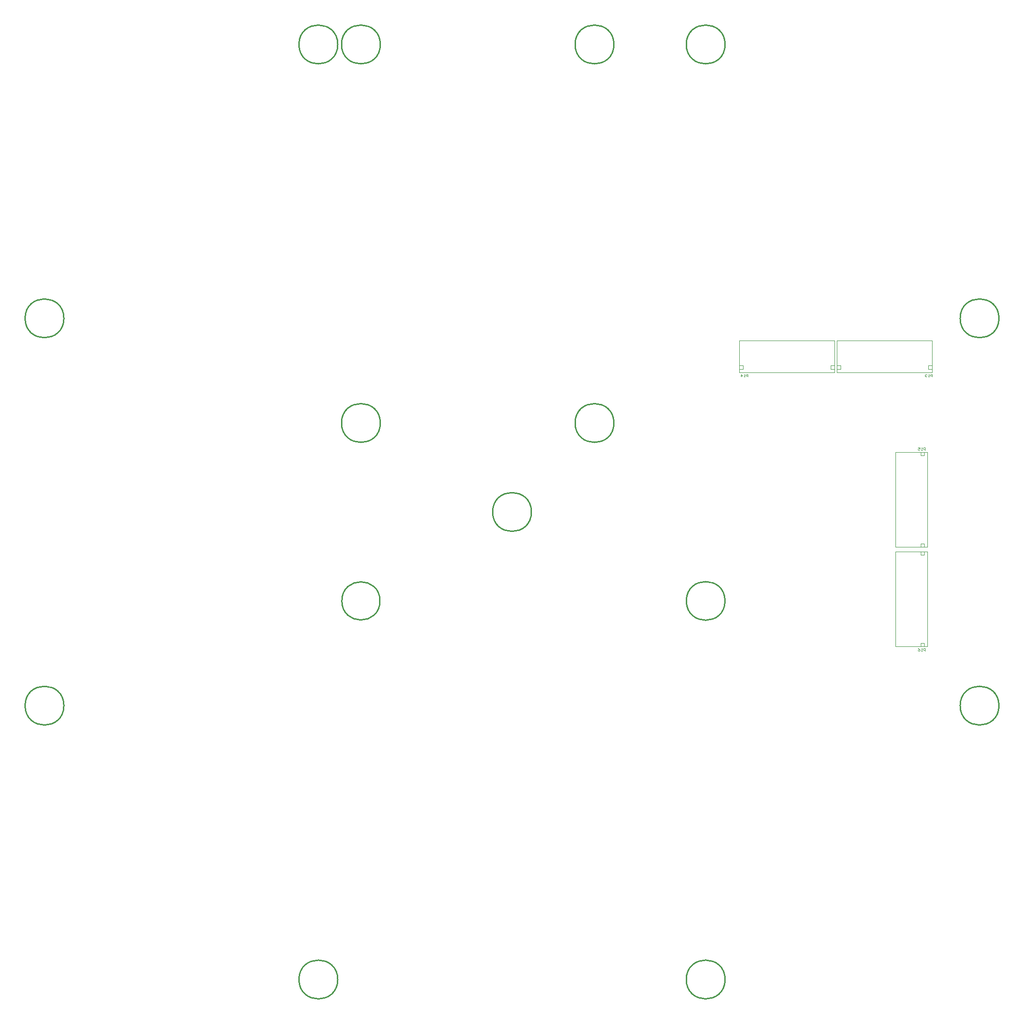
<source format=gbo>
G04*
G04 #@! TF.GenerationSoftware,Altium Limited,Altium Designer,22.6.1 (34)*
G04*
G04 Layer_Color=32896*
%FSLAX44Y44*%
%MOMM*%
G71*
G04*
G04 #@! TF.SameCoordinates,0282B534-2DD6-4313-8036-895CCBFEA7A8*
G04*
G04*
G04 #@! TF.FilePolarity,Positive*
G04*
G01*
G75*
%ADD10C,0.2540*%
%ADD11C,0.1000*%
D10*
X1218654Y402073D02*
G03*
X1218654Y402073I-35014J0D01*
G01*
X596376Y402072D02*
G03*
X596376Y402072I-35037J0D01*
G01*
X1218664D02*
G03*
X1218664Y402072I-35024J0D01*
G01*
X595745Y-602327D02*
G03*
X595745Y-602327I-34405J0D01*
G01*
X1218495D02*
G03*
X1218495Y-602327I-34855J0D01*
G01*
X1018016Y-281192D02*
G03*
X1018016Y-281192I-35037J0D01*
G01*
Y402068D02*
G03*
X1018016Y402068I-35037J0D01*
G01*
X596376Y-281192D02*
G03*
X596376Y-281192I-35037J0D01*
G01*
X596376Y402072D02*
G03*
X596376Y402072I-35037J0D01*
G01*
X519561Y402073D02*
G03*
X519561Y402073I-35014J0D01*
G01*
X1712987Y-791353D02*
G03*
X1712987Y-791353I-35014J0D01*
G01*
X25228D02*
G03*
X25228Y-791353I-35014J0D01*
G01*
Y-92261D02*
G03*
X25228Y-92261I-35014J0D01*
G01*
X1712987D02*
G03*
X1712987Y-92261I-35014J0D01*
G01*
X1218654Y-1285686D02*
G03*
X1218654Y-1285686I-35014J0D01*
G01*
X519561D02*
G03*
X519561Y-1285686I-35014J0D01*
G01*
X869106Y-441806D02*
G03*
X869106Y-441806I-35014J0D01*
G01*
D11*
X1420565Y-177650D02*
X1426915D01*
Y-184000D02*
Y-177650D01*
X1420565Y-184000D02*
X1426915D01*
X1420490Y-190000D02*
Y-132500D01*
X1585565Y-177650D02*
X1591915Y-177650D01*
X1585565Y-184000D02*
X1585565Y-177650D01*
X1585565Y-184000D02*
X1591915D01*
X1420490Y-132500D02*
X1591990Y-132500D01*
X1591990Y-190000D01*
X1420490D02*
X1591990D01*
X1244725Y-177650D02*
X1251075Y-177650D01*
Y-184000D02*
Y-177650D01*
X1244725Y-184000D02*
X1251075D01*
X1244650Y-190000D02*
Y-132500D01*
X1409725Y-177650D02*
X1416075D01*
X1409725Y-184000D02*
Y-177650D01*
Y-184000D02*
X1416075Y-184000D01*
X1244650Y-132500D02*
X1416150D01*
Y-190000D02*
Y-132500D01*
X1244650Y-190000D02*
X1416150Y-190000D01*
X1571621Y-498604D02*
X1571621Y-504954D01*
X1571621Y-498604D02*
X1577971D01*
Y-504954D02*
Y-498604D01*
X1526471Y-505029D02*
X1583971D01*
X1571621Y-333604D02*
X1571621Y-339954D01*
X1577971D01*
Y-333604D01*
X1526471Y-505029D02*
Y-333529D01*
X1583971D01*
Y-505029D02*
Y-333529D01*
X1571621Y-678254D02*
X1571621Y-684604D01*
X1571621Y-678254D02*
X1577971Y-678254D01*
Y-684604D02*
Y-678254D01*
X1526471Y-684679D02*
X1583971Y-684679D01*
X1571621Y-519604D02*
Y-513255D01*
Y-519604D02*
X1577971D01*
Y-513255D01*
X1526471Y-684679D02*
Y-513180D01*
X1583971D01*
X1583971Y-684679D02*
X1583971Y-513180D01*
X1592459Y-197979D02*
Y-192980D01*
X1589959D01*
X1589126Y-193813D01*
Y-195480D01*
X1589959Y-196313D01*
X1592459D01*
X1587460Y-197979D02*
X1585794D01*
X1586627D01*
Y-192980D01*
X1587460Y-193813D01*
X1583295D02*
X1582462Y-192980D01*
X1580796D01*
X1579963Y-193813D01*
Y-194646D01*
X1580796Y-195480D01*
X1581629D01*
X1580796D01*
X1579963Y-196313D01*
Y-197146D01*
X1580796Y-197979D01*
X1582462D01*
X1583295Y-197146D01*
X1259119Y-197979D02*
Y-192980D01*
X1256619D01*
X1255786Y-193813D01*
Y-195479D01*
X1256619Y-196313D01*
X1259119D01*
X1254120Y-197979D02*
X1252454D01*
X1253287D01*
Y-192980D01*
X1254120Y-193813D01*
X1247456Y-197979D02*
Y-192980D01*
X1249955Y-195479D01*
X1246623D01*
X1579419Y-330629D02*
Y-325630D01*
X1576919D01*
X1576086Y-326463D01*
Y-328129D01*
X1576919Y-328963D01*
X1579419D01*
X1574420Y-330629D02*
X1572754D01*
X1573587D01*
Y-325630D01*
X1574420Y-326463D01*
X1566923Y-325630D02*
X1570255D01*
Y-328129D01*
X1568589Y-327296D01*
X1567756D01*
X1566923Y-328129D01*
Y-329796D01*
X1567756Y-330629D01*
X1569422D01*
X1570255Y-329796D01*
X1579419Y-692579D02*
Y-687580D01*
X1576919D01*
X1576086Y-688413D01*
Y-690079D01*
X1576919Y-690912D01*
X1579419D01*
X1574420Y-692579D02*
X1572754D01*
X1573587D01*
Y-687580D01*
X1574420Y-688413D01*
X1566923Y-687580D02*
X1568589Y-688413D01*
X1570255Y-690079D01*
Y-691746D01*
X1569422Y-692579D01*
X1567756D01*
X1566923Y-691746D01*
Y-690912D01*
X1567756Y-690079D01*
X1570255D01*
M02*

</source>
